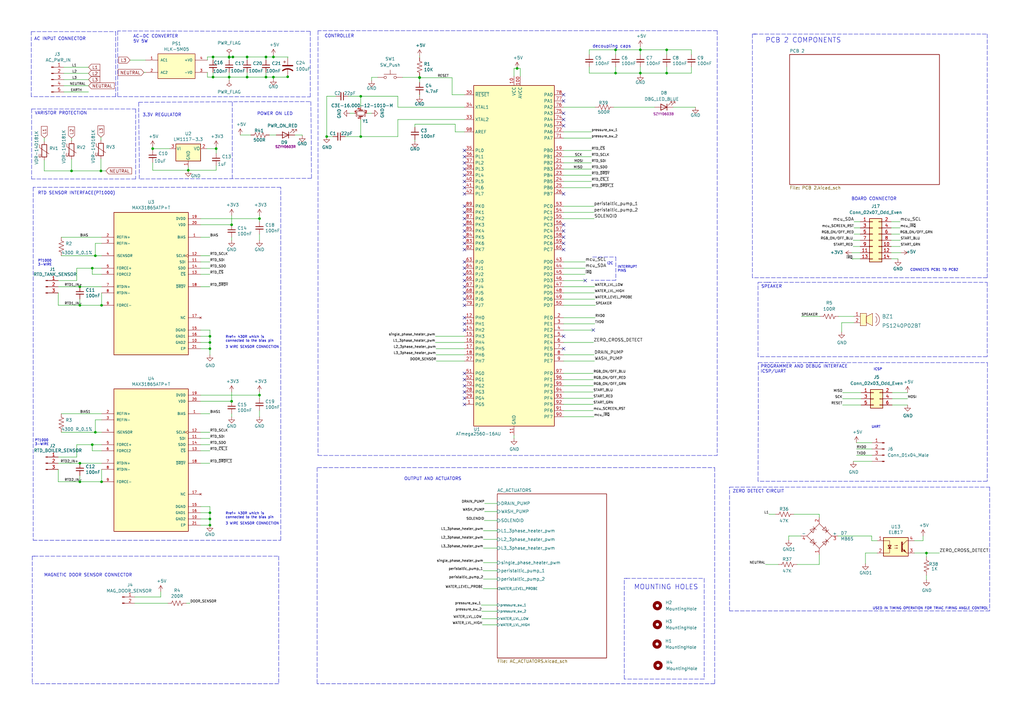
<source format=kicad_sch>
(kicad_sch (version 20211123) (generator eeschema)
  (paper "A3")
  (title_block (title "DISHWASHER") (date "2022-02-01") (rev "1") (company "STEEL FORM") (comment 2 "Reviewed by:"))
  (junction (at 86.106 143.002))
  (junction (at 32.766 197.612))
  (junction (at 37.846 109.982))
  (junction (at 87.376 23.368))
  (junction (at 109.093 23.368))
  (junction (at 262.636 20.447))
  (junction (at 39.116 104.902))
  (junction (at 41.402 70.104))
  (junction (at 262.636 29.972))
  (junction (at 106.426 89.662))
  (junction (at 39.116 177.292))
  (junction (at 41.656 197.612))
  (junction (at 32.766 125.222))
  (junction (at 32.766 117.602))
  (junction (at 117.983 31.496))
  (junction (at 86.106 212.852))
  (junction (at 252.476 29.972))
  (junction (at 86.106 140.462))
  (junction (at 37.846 182.372))
  (junction (at 172.085 31.75))
  (junction (at 106.426 162.052))
  (junction (at 112.141 23.368))
  (junction (at 101.346 23.368))
  (junction (at 172.085 31.877))
  (junction (at 41.656 125.222))
  (junction (at 212.09 28.067))
  (junction (at 101.346 31.623))
  (junction (at 379.984 226.822))
  (junction (at 62.611 60.96))
  (junction (at 86.106 137.922))
  (junction (at 86.106 215.392))
  (junction (at 93.98 23.368))
  (junction (at 87.376 31.623))
  (junction (at 86.106 210.312))
  (junction (at 94.996 92.202))
  (junction (at 95.504 23.368))
  (junction (at 252.476 20.447))
  (junction (at 273.431 20.447))
  (junction (at 133.985 56.007))
  (junction (at 147.955 39.497))
  (junction (at 29.337 70.104))
  (junction (at 112.141 31.623))
  (junction (at 88.646 60.96))
  (junction (at 32.766 189.992))
  (junction (at 77.216 69.85))
  (junction (at 94.996 164.592))
  (junction (at 93.98 23.495))
  (junction (at 147.955 56.007))
  (junction (at 273.431 29.972))
  (junction (at 109.093 31.623))
  (junction (at 93.98 31.623))
  (no_connect (at 231.14 46.482))
  (no_connect (at 190.5 135.382))
  (no_connect (at 190.5 76.962))
  (no_connect (at 231.14 99.822))
  (no_connect (at 231.14 49.022))
  (no_connect (at 243.332 135.382))
  (no_connect (at 240.03 115.062))
  (no_connect (at 190.5 109.982))
  (no_connect (at 190.5 69.342))
  (no_connect (at 190.5 99.822))
  (no_connect (at 190.5 61.722))
  (no_connect (at 190.5 112.522))
  (no_connect (at 190.5 64.262))
  (no_connect (at 190.5 163.322))
  (no_connect (at 231.14 137.922))
  (no_connect (at 190.5 122.682))
  (no_connect (at 231.14 38.862))
  (no_connect (at 190.5 132.842))
  (no_connect (at 190.5 115.062))
  (no_connect (at 190.5 87.122))
  (no_connect (at 190.5 120.142))
  (no_connect (at 190.5 155.702))
  (no_connect (at 190.5 160.782))
  (no_connect (at 190.5 153.162))
  (no_connect (at 231.14 92.202))
  (no_connect (at 190.5 97.282))
  (no_connect (at 190.5 117.602))
  (no_connect (at 190.5 130.302))
  (no_connect (at 190.5 165.862))
  (no_connect (at 190.5 92.202))
  (no_connect (at 190.5 125.222))
  (no_connect (at 231.14 102.362))
  (no_connect (at 190.5 107.442))
  (no_connect (at 190.5 94.742))
  (no_connect (at 231.14 79.502))
  (no_connect (at 231.14 143.002))
  (no_connect (at 231.14 94.742))
  (no_connect (at 190.5 89.662))
  (no_connect (at 231.14 97.282))
  (no_connect (at 190.5 71.882))
  (no_connect (at 190.5 158.242))
  (no_connect (at 190.5 66.802))
  (no_connect (at 190.5 79.502))
  (no_connect (at 190.5 102.362))
  (no_connect (at 190.5 74.422))
  (no_connect (at 231.14 41.402))
  (no_connect (at 190.5 84.582))
  (no_connect (at 231.14 51.562))
  (polyline (pts (xy 243.078 105.41) (xy 252.603 105.41)))
  (wire (pts (xy 110.49 55.372) (xy 113.284 55.372)))
  (polyline (pts (xy 310.896 115.824) (xy 315.976 115.824)))
  (wire (pts (xy 62.611 66.675) (xy 62.611 69.85)))
  (wire (pts (xy 163.195 49.022) (xy 163.195 56.007)))
  (wire (pts (xy 25.146 104.902) (xy 39.116 104.902)))
  (wire (pts (xy 37.846 109.982) (xy 41.656 109.982)))
  (wire (pts (xy 41.656 192.532) (xy 41.656 197.612)))
  (wire (pts (xy 231.14 109.982) (xy 240.03 109.982)))
  (wire (pts (xy 231.14 107.442) (xy 240.03 107.442)))
  (wire (pts (xy 112.141 31.623) (xy 112.141 32.385)))
  (wire (pts (xy 41.656 120.142) (xy 41.656 125.222)))
  (wire (pts (xy 32.766 117.602) (xy 41.656 117.602)))
  (wire (pts (xy 231.14 122.682) (xy 243.967 122.682)))
  (wire (pts (xy 86.106 207.772) (xy 86.106 210.312)))
  (wire (pts (xy 26.162 35.179) (xy 36.322 35.179)))
  (wire (pts (xy 86.106 137.922) (xy 86.106 140.462)))
  (wire (pts (xy 32.766 122.682) (xy 32.766 125.222)))
  (wire (pts (xy 241.681 20.447) (xy 241.681 22.352)))
  (wire (pts (xy 86.106 179.832) (xy 82.296 179.832)))
  (polyline (pts (xy 405.892 250.571) (xy 299.212 250.571)))
  (wire (pts (xy 147.955 39.497) (xy 163.195 39.497)))
  (wire (pts (xy 69.596 60.96) (xy 62.611 60.96)))
  (wire (pts (xy 93.98 24.638) (xy 93.98 23.495)))
  (wire (pts (xy 85.09 29.718) (xy 85.09 31.623)))
  (wire (pts (xy 106.426 162.052) (xy 106.426 163.322)))
  (wire (pts (xy 26.162 30.099) (xy 36.322 30.099)))
  (polyline (pts (xy 288.798 278.511) (xy 256.032 278.511)))
  (polyline (pts (xy 13.208 228.092) (xy 14.224 228.092)))
  (wire (pts (xy 85.09 23.368) (xy 87.376 23.368)))
  (wire (pts (xy 93.98 23.495) (xy 93.98 23.368)))
  (wire (pts (xy 86.106 184.912) (xy 82.296 184.912)))
  (wire (pts (xy 313.944 231.521) (xy 319.278 231.521)))
  (wire (pts (xy 82.296 207.772) (xy 86.106 207.772)))
  (polyline (pts (xy 127.508 41.656) (xy 127.762 73.152)))
  (wire (pts (xy 82.296 97.282) (xy 86.106 97.282)))
  (wire (pts (xy 93.98 31.623) (xy 101.346 31.623)))
  (wire (pts (xy 147.955 43.942) (xy 147.955 39.497)))
  (wire (pts (xy 41.656 99.822) (xy 39.116 99.822)))
  (polyline (pts (xy 48.26 12.7) (xy 48.26 39.624)))
  (wire (pts (xy 231.14 64.262) (xy 242.57 64.262)))
  (wire (pts (xy 203.962 206.502) (xy 198.755 206.502)))
  (wire (pts (xy 86.106 177.292) (xy 82.296 177.292)))
  (polyline (pts (xy 114.3 228.092) (xy 114.3 280.416)))
  (wire (pts (xy 76.454 247.396) (xy 77.978 247.396)))
  (wire (pts (xy 203.962 209.804) (xy 198.755 209.804)))
  (wire (pts (xy 163.195 43.942) (xy 190.5 43.942)))
  (wire (pts (xy 231.14 117.602) (xy 243.84 117.602)))
  (wire (pts (xy 86.106 145.542) (xy 86.106 143.002)))
  (wire (pts (xy 328.676 129.794) (xy 336.296 129.794)))
  (polyline (pts (xy 48.26 39.624) (xy 127.254 39.751)))
  (wire (pts (xy 82.296 215.392) (xy 86.106 215.392)))
  (wire (pts (xy 77.216 69.85) (xy 77.216 68.58)))
  (wire (pts (xy 365.887 163.576) (xy 372.237 163.576)))
  (wire (pts (xy 185.42 38.862) (xy 190.5 38.862)))
  (wire (pts (xy 375.031 226.822) (xy 379.984 226.822)))
  (wire (pts (xy 379.984 226.822) (xy 385.318 226.822)))
  (polyline (pts (xy 404.876 13.97) (xy 404.876 113.919)))
  (polyline (pts (xy 294.132 12.573) (xy 130.429 12.573)))
  (wire (pts (xy 242.57 54.102) (xy 231.14 54.102)))
  (wire (pts (xy 197.612 250.698) (xy 203.962 250.698)))
  (wire (pts (xy 242.57 61.722) (xy 231.14 61.722)))
  (wire (pts (xy 210.82 179.832) (xy 210.82 178.562)))
  (wire (pts (xy 345.567 163.576) (xy 353.187 163.576)))
  (polyline (pts (xy 293.116 280.416) (xy 130.048 280.416)))
  (wire (pts (xy 368.3 106.172) (xy 368.3 106.426)))
  (wire (pts (xy 172.085 38.862) (xy 172.085 39.497)))
  (wire (pts (xy 101.346 24.638) (xy 101.346 23.368)))
  (polyline (pts (xy 130.302 191.77) (xy 293.116 191.77)))
  (polyline (pts (xy 95.25 41.91) (xy 95.25 73.152)))
  (wire (pts (xy 276.098 43.942) (xy 285.242 43.942)))
  (polyline (pts (xy 47.498 39.624) (xy 12.827 39.624)))
  (wire (pts (xy 62.611 69.85) (xy 77.216 69.85)))
  (wire (pts (xy 262.636 20.447) (xy 252.476 20.447)))
  (wire (pts (xy 39.116 172.212) (xy 39.116 177.292)))
  (wire (pts (xy 262.636 20.447) (xy 273.431 20.447)))
  (wire (pts (xy 210.82 28.067) (xy 210.82 31.242)))
  (wire (pts (xy 345.567 161.036) (xy 353.187 161.036)))
  (wire (pts (xy 62.611 61.595) (xy 62.611 60.96)))
  (wire (pts (xy 88.646 60.96) (xy 88.646 60.325)))
  (wire (pts (xy 93.98 23.368) (xy 87.376 23.368)))
  (polyline (pts (xy 314.706 115.824) (xy 404.876 115.824)))
  (wire (pts (xy 212.09 28.067) (xy 213.36 28.067)))
  (wire (pts (xy 365.887 161.036) (xy 372.237 161.036)))
  (wire (pts (xy 357.505 219.837) (xy 357.505 221.742)))
  (wire (pts (xy 93.98 23.495) (xy 95.504 23.368)))
  (wire (pts (xy 172.085 31.877) (xy 185.42 31.877)))
  (polyline (pts (xy 299.212 199.771) (xy 405.892 199.771)))
  (polyline (pts (xy 308.61 113.919) (xy 308.61 13.97)))
  (wire (pts (xy 112.141 22.733) (xy 112.141 23.368)))
  (wire (pts (xy 186.69 54.102) (xy 190.5 54.102)))
  (wire (pts (xy 88.646 67.945) (xy 88.646 69.85)))
  (polyline (pts (xy 127.762 73.152) (xy 57.15 73.406)))
  (polyline (pts (xy 405.003 148.717) (xy 404.876 197.358)))
  (wire (pts (xy 315.341 210.947) (xy 318.008 210.947)))
  (wire (pts (xy 231.14 135.382) (xy 243.332 135.382)))
  (polyline (pts (xy 114.3 280.416) (xy 13.208 280.416)))
  (wire (pts (xy 231.14 130.302) (xy 244.094 130.302)))
  (wire (pts (xy 357.505 221.742) (xy 359.791 221.742)))
  (wire (pts (xy 93.98 31.623) (xy 93.98 32.893)))
  (wire (pts (xy 25.146 177.292) (xy 39.116 177.292)))
  (wire (pts (xy 365.506 98.552) (xy 369.316 98.552)))
  (wire (pts (xy 351.282 186.69) (xy 357.632 186.69)))
  (wire (pts (xy 350.266 96.012) (xy 352.806 96.012)))
  (polyline (pts (xy 130.429 186.817) (xy 294.132 186.817)))
  (wire (pts (xy 365.506 101.092) (xy 369.316 101.092)))
  (wire (pts (xy 55.245 244.856) (xy 65.913 244.856)))
  (wire (pts (xy 29.337 65.278) (xy 29.337 70.104)))
  (polyline (pts (xy 13.97 228.092) (xy 114.3 228.092)))
  (wire (pts (xy 203.962 224.79) (xy 198.247 224.79)))
  (wire (pts (xy 32.766 125.222) (xy 41.656 125.222)))
  (wire (pts (xy 186.69 50.927) (xy 186.69 54.102)))
  (wire (pts (xy 85.09 24.638) (xy 85.09 23.368)))
  (polyline (pts (xy 47.498 12.954) (xy 47.498 39.624)))
  (wire (pts (xy 273.431 29.972) (xy 283.591 29.972)))
  (wire (pts (xy 82.296 140.462) (xy 86.106 140.462)))
  (polyline (pts (xy 331.343 148.717) (xy 405.003 148.717)))
  (wire (pts (xy 375.031 221.742) (xy 378.587 221.742)))
  (wire (pts (xy 336.042 210.947) (xy 336.042 212.217)))
  (wire (pts (xy 231.14 148.082) (xy 243.84 148.082)))
  (wire (pts (xy 94.996 170.942) (xy 94.996 169.672)))
  (wire (pts (xy 95.504 23.368) (xy 93.98 23.368)))
  (wire (pts (xy 101.346 23.368) (xy 95.504 23.368)))
  (wire (pts (xy 343.662 219.837) (xy 357.505 219.837)))
  (wire (pts (xy 141.605 56.007) (xy 147.955 56.007)))
  (wire (pts (xy 88.646 60.96) (xy 88.646 62.865)))
  (wire (pts (xy 106.426 170.942) (xy 106.426 168.402)))
  (wire (pts (xy 133.985 56.007) (xy 136.525 56.007)))
  (wire (pts (xy 378.587 221.742) (xy 378.587 219.837)))
  (wire (pts (xy 32.766 189.992) (xy 41.656 189.992)))
  (wire (pts (xy 18.161 56.515) (xy 18.161 58.039)))
  (wire (pts (xy 273.431 20.447) (xy 273.431 22.352)))
  (wire (pts (xy 165.1 31.75) (xy 172.085 31.75)))
  (wire (pts (xy 26.162 32.639) (xy 36.322 32.639)))
  (wire (pts (xy 32.766 197.612) (xy 41.656 197.612)))
  (wire (pts (xy 59.69 29.718) (xy 59.055 29.718)))
  (wire (pts (xy 86.106 212.852) (xy 86.106 215.392)))
  (polyline (pts (xy 115.189 76.835) (xy 13.589 76.835)))
  (wire (pts (xy 252.476 20.447) (xy 241.681 20.447)))
  (wire (pts (xy 262.636 29.972) (xy 262.636 30.607)))
  (wire (pts (xy 203.962 217.678) (xy 198.247 217.678)))
  (polyline (pts (xy 256.032 278.511) (xy 256.032 237.236)))
  (wire (pts (xy 172.085 31.75) (xy 172.085 31.877)))
  (wire (pts (xy 150.495 46.482) (xy 152.4 46.482)))
  (wire (pts (xy 23.876 125.222) (xy 32.766 125.222)))
  (wire (pts (xy 190.5 140.462) (xy 178.562 140.462)))
  (wire (pts (xy 379.984 235.966) (xy 379.984 237.744)))
  (wire (pts (xy 123.952 55.372) (xy 123.952 55.626)))
  (wire (pts (xy 163.195 56.007) (xy 147.955 56.007)))
  (wire (pts (xy 190.5 137.922) (xy 178.562 137.922)))
  (wire (pts (xy 172.085 31.242) (xy 172.085 31.75)))
  (wire (pts (xy 41.402 65.151) (xy 41.402 70.104)))
  (polyline (pts (xy 127.254 12.827) (xy 48.26 12.7)))
  (polyline (pts (xy 252.603 114.935) (xy 242.443 114.935)))
  (wire (pts (xy 262.636 29.972) (xy 273.431 29.972)))
  (wire (pts (xy 231.14 155.702) (xy 243.332 155.702)))
  (wire (pts (xy 231.14 71.882) (xy 242.57 71.882)))
  (wire (pts (xy 85.09 31.623) (xy 87.376 31.623)))
  (wire (pts (xy 82.296 143.002) (xy 86.106 143.002)))
  (wire (pts (xy 106.426 88.392) (xy 106.426 89.662)))
  (wire (pts (xy 231.14 69.342) (xy 242.57 69.342)))
  (wire (pts (xy 31.496 182.372) (xy 37.846 182.372)))
  (wire (pts (xy 23.876 187.452) (xy 31.496 187.452)))
  (wire (pts (xy 82.296 135.382) (xy 86.106 135.382)))
  (polyline (pts (xy 310.896 146.304) (xy 310.896 115.824)))
  (wire (pts (xy 109.093 23.368) (xy 112.141 23.368)))
  (wire (pts (xy 23.876 115.062) (xy 31.496 115.062)))
  (wire (pts (xy 86.106 104.902) (xy 82.296 104.902)))
  (wire (pts (xy 231.14 120.142) (xy 243.84 120.142)))
  (polyline (pts (xy 13.589 76.835) (xy 13.589 221.615)))
  (polyline (pts (xy 404.876 146.304) (xy 310.896 146.304)))
  (wire (pts (xy 65.913 244.856) (xy 65.913 242.697)))
  (wire (pts (xy 190.5 49.022) (xy 163.195 49.022)))
  (wire (pts (xy 133.985 39.497) (xy 133.985 56.007)))
  (wire (pts (xy 29.337 57.658) (xy 29.337 56.642)))
  (wire (pts (xy 62.611 60.96) (xy 62.611 60.325)))
  (polyline (pts (xy 115.189 221.615) (xy 115.189 76.835)))
  (wire (pts (xy 84.836 60.96) (xy 88.646 60.96)))
  (wire (pts (xy 231.14 158.242) (xy 243.332 158.242)))
  (wire (pts (xy 39.116 177.292) (xy 41.656 177.292)))
  (wire (pts (xy 170.18 50.927) (xy 186.69 50.927)))
  (wire (pts (xy 242.57 56.642) (xy 231.14 56.642)))
  (wire (pts (xy 106.426 89.662) (xy 106.426 90.932)))
  (wire (pts (xy 198.247 230.759) (xy 203.962 230.759)))
  (wire (pts (xy 359.791 226.822) (xy 354.965 226.822)))
  (wire (pts (xy 231.14 84.582) (xy 243.586 84.582)))
  (wire (pts (xy 231.14 145.542) (xy 243.713 145.542)))
  (wire (pts (xy 94.996 98.552) (xy 94.996 97.282)))
  (wire (pts (xy 365.506 93.472) (xy 369.189 93.472)))
  (polyline (pts (xy 404.876 115.824) (xy 404.876 146.304)))
  (wire (pts (xy 172.085 22.987) (xy 172.085 23.622)))
  (wire (pts (xy 262.636 20.447) (xy 262.636 22.352)))
  (wire (pts (xy 231.14 168.402) (xy 243.332 168.402)))
  (wire (pts (xy 147.955 39.497) (xy 142.875 39.497)))
  (wire (pts (xy 82.296 210.312) (xy 86.106 210.312)))
  (wire (pts (xy 86.106 182.372) (xy 82.296 182.372)))
  (wire (pts (xy 350.266 90.932) (xy 352.806 90.932)))
  (wire (pts (xy 154.94 31.75) (xy 152.4 31.75)))
  (wire (pts (xy 273.431 27.432) (xy 273.431 29.972)))
  (polyline (pts (xy 12.954 44.704) (xy 55.626 44.704)))
  (wire (pts (xy 326.898 231.521) (xy 336.042 231.521)))
  (wire (pts (xy 325.628 210.947) (xy 336.042 210.947)))
  (wire (pts (xy 25.146 97.282) (xy 41.656 97.282)))
  (wire (pts (xy 26.162 27.559) (xy 36.322 27.559)))
  (wire (pts (xy 86.106 140.462) (xy 86.106 143.002)))
  (polyline (pts (xy 56.896 41.91) (xy 127.508 41.656)))
  (wire (pts (xy 94.996 164.592) (xy 94.996 160.782)))
  (wire (pts (xy 23.876 125.222) (xy 23.876 120.142)))
  (wire (pts (xy 231.14 112.522) (xy 240.03 112.522)))
  (wire (pts (xy 82.296 169.672) (xy 86.106 169.672)))
  (polyline (pts (xy 288.798 237.236) (xy 288.798 278.511)))
  (wire (pts (xy 231.14 165.862) (xy 243.332 165.862)))
  (wire (pts (xy 350.266 93.472) (xy 352.806 93.472)))
  (wire (pts (xy 198.12 234.061) (xy 203.962 234.061)))
  (wire (pts (xy 365.506 90.932) (xy 369.189 90.932)))
  (wire (pts (xy 87.376 23.368) (xy 87.376 24.638)))
  (wire (pts (xy 172.085 31.877) (xy 172.085 33.782)))
  (polyline (pts (xy 404.876 113.919) (xy 308.61 113.919)))
  (wire (pts (xy 93.98 22.733) (xy 93.98 23.368)))
  (wire (pts (xy 197.866 256.286) (xy 203.962 256.286)))
  (polyline (pts (xy 127.254 39.751) (xy 127.254 12.827)))
  (wire (pts (xy 31.496 187.452) (xy 31.496 182.372)))
  (wire (pts (xy 23.876 117.602) (xy 32.766 117.602)))
  (polyline (pts (xy 309.118 13.97) (xy 404.876 13.97)))
  (wire (pts (xy 23.876 197.612) (xy 23.876 192.532)))
  (wire (pts (xy 82.296 164.592) (xy 94.996 164.592)))
  (wire (pts (xy 147.955 56.007) (xy 147.955 49.022)))
  (wire (pts (xy 86.106 109.982) (xy 82.296 109.982)))
  (wire (pts (xy 365.506 106.172) (xy 368.3 106.172)))
  (wire (pts (xy 86.106 107.442) (xy 82.296 107.442)))
  (polyline (pts (xy 308.61 13.97) (xy 310.134 13.97)))
  (wire (pts (xy 262.636 19.177) (xy 262.636 20.447)))
  (wire (pts (xy 55.245 247.396) (xy 68.834 247.396)))
  (wire (pts (xy 231.14 132.842) (xy 243.967 132.842)))
  (polyline (pts (xy 12.954 44.704) (xy 12.954 73.406)))
  (wire (pts (xy 39.116 104.902) (xy 41.656 104.902)))
  (wire (pts (xy 117.983 23.876) (xy 118.11 23.368)))
  (wire (pts (xy 82.296 89.662) (xy 106.426 89.662)))
  (wire (pts (xy 365.506 103.632) (xy 369.57 103.632)))
  (polyline (pts (xy 293.116 191.77) (xy 293.116 280.416)))
  (wire (pts (xy 197.612 253.746) (xy 203.962 253.746)))
  (wire (pts (xy 82.296 137.922) (xy 86.106 137.922)))
  (wire (pts (xy 109.093 31.623) (xy 109.093 29.718)))
  (wire (pts (xy 242.57 76.962) (xy 231.14 76.962)))
  (wire (pts (xy 88.646 69.85) (xy 77.216 69.85)))
  (wire (pts (xy 351.282 181.61) (xy 357.632 181.61)))
  (wire (pts (xy 231.14 153.162) (xy 243.332 153.162)))
  (wire (pts (xy 59.69 24.638) (xy 53.34 24.638)))
  (wire (pts (xy 198.12 241.427) (xy 203.962 241.427)))
  (polyline (pts (xy 13.589 221.615) (xy 115.189 221.615)))
  (wire (pts (xy 82.296 92.202) (xy 94.996 92.202)))
  (wire (pts (xy 262.636 27.432) (xy 262.636 29.972)))
  (polyline (pts (xy 13.208 228.092) (xy 13.208 280.416)))
  (wire (pts (xy 185.42 31.877) (xy 185.42 38.862)))
  (wire (pts (xy 345.186 132.334) (xy 345.186 136.144)))
  (wire (pts (xy 231.14 43.942) (xy 244.094 43.942)))
  (wire (pts (xy 349.885 101.092) (xy 352.806 101.092)))
  (wire (pts (xy 349.885 98.552) (xy 352.806 98.552)))
  (wire (pts (xy 231.14 140.462) (xy 243.459 140.462)))
  (wire (pts (xy 231.14 125.222) (xy 244.221 125.222)))
  (wire (pts (xy 170.18 57.277) (xy 170.18 57.912)))
  (wire (pts (xy 336.042 231.521) (xy 336.042 227.457)))
  (polyline (pts (xy 252.603 105.41) (xy 252.603 114.935)))
  (wire (pts (xy 213.36 28.067) (xy 213.36 31.242)))
  (wire (pts (xy 349.758 106.172) (xy 349.758 106.426)))
  (wire (pts (xy 343.916 129.794) (xy 350.266 129.794)))
  (wire (pts (xy 37.846 112.522) (xy 37.846 109.982)))
  (wire (pts (xy 101.346 31.623) (xy 109.093 31.623)))
  (wire (pts (xy 25.146 169.672) (xy 41.656 169.672)))
  (wire (pts (xy 41.402 56.261) (xy 41.402 57.531)))
  (wire (pts (xy 29.337 70.104) (xy 41.402 70.104)))
  (wire (pts (xy 87.376 31.623) (xy 93.98 31.623)))
  (wire (pts (xy 109.093 31.623) (xy 112.141 31.623)))
  (wire (pts (xy 190.5 148.082) (xy 178.943 148.082)))
  (wire (pts (xy 190.5 145.542) (xy 178.816 145.542)))
  (wire (pts (xy 350.012 189.23) (xy 357.632 189.23)))
  (wire (pts (xy 190.5 143.002) (xy 178.816 143.002)))
  (wire (pts (xy 349.377 103.632) (xy 352.806 103.632)))
  (wire (pts (xy 197.358 248.158) (xy 203.962 248.158)))
  (wire (pts (xy 18.161 65.659) (xy 18.161 70.104)))
  (wire (pts (xy 41.656 184.912) (xy 37.846 184.912)))
  (wire (pts (xy 252.476 29.972) (xy 262.636 29.972)))
  (wire (pts (xy 26.162 37.719) (xy 36.322 37.719)))
  (polyline (pts (xy 130.048 191.77) (xy 130.048 280.416)))
  (wire (pts (xy 365.887 166.116) (xy 372.237 166.116)))
  (wire (pts (xy 86.106 135.382) (xy 86.106 137.922)))
  (wire (pts (xy 252.476 27.432) (xy 252.476 29.972)))
  (wire (pts (xy 101.346 23.368) (xy 109.093 23.368)))
  (wire (pts (xy 203.962 237.49) (xy 198.247 237.49)))
  (polyline (pts (xy 57.15 73.406) (xy 56.896 41.91)))
  (polyline (pts (xy 55.626 44.704) (xy 55.626 73.406)))
  (wire (pts (xy 241.681 29.972) (xy 252.476 29.972)))
  (wire (pts (xy 350.266 132.334) (xy 345.186 132.334)))
  (wire (pts (xy 37.846 182.372) (xy 41.656 182.372)))
  (polyline (pts (xy 404.876 197.358) (xy 310.896 197.358)))
  (wire (pts (xy 351.282 184.15) (xy 357.632 184.15)))
  (wire (pts (xy 323.469 219.837) (xy 328.422 219.837)))
  (wire (pts (xy 203.962 221.234) (xy 198.247 221.234)))
  (wire (pts (xy 163.195 39.497) (xy 163.195 43.942)))
  (polyline (pts (xy 256.794 237.236) (xy 288.798 237.236)))
  (wire (pts (xy 112.141 23.368) (xy 118.11 23.368)))
  (polyline (pts (xy 294.132 12.573) (xy 294.132 186.817)))
  (wire (pts (xy 241.681 27.432) (xy 241.681 29.972)))
  (wire (pts (xy 82.296 162.052) (xy 106.426 162.052)))
  (wire (pts (xy 93.98 29.718) (xy 93.98 31.623)))
  (wire (pts (xy 112.141 31.623) (xy 118.11 31.623)))
  (wire (pts (xy 152.4 31.75) (xy 152.4 33.02)))
  (wire (pts (xy 41.656 172.212) (xy 39.116 172.212)))
  (wire (pts (xy 365.506 96.012) (xy 369.062 96.012)))
  (wire (pts (xy 86.106 210.312) (xy 86.106 212.852)))
  (polyline (pts (xy 311.023 148.717) (xy 338.963 148.717)))
  (polyline (pts (xy 12.827 12.954) (xy 47.498 12.954)))
  (wire (pts (xy 120.904 55.372) (xy 123.952 55.372)))
  (wire (pts (xy 94.996 92.202) (xy 94.996 88.392)))
  (wire (pts (xy 251.714 43.942) (xy 268.478 43.942)))
  (wire (pts (xy 23.876 197.612) (xy 32.766 197.612)))
  (wire (pts (xy 31.496 109.982) (xy 37.846 109.982)))
  (wire (pts (xy 86.106 117.602) (xy 82.296 117.602)))
  (polyline (pts (xy 12.827 39.624) (xy 12.827 12.954)))
  (wire (pts (xy 379.984 228.346) (xy 379.984 226.822)))
  (wire (pts (xy 242.57 74.422) (xy 231.14 74.422)))
  (wire (pts (xy 98.552 55.372) (xy 102.87 55.372)))
  (wire (pts (xy 101.346 31.623) (xy 101.346 29.718)))
  (wire (pts (xy 87.376 31.623) (xy 87.376 29.718)))
  (wire (pts (xy 283.591 20.447) (xy 273.431 20.447)))
  (polyline (pts (xy 55.626 73.406) (xy 12.954 73.406)))
  (wire (pts (xy 231.14 160.782) (xy 243.332 160.782)))
  (wire (pts (xy 212.09 28.067) (xy 210.82 28.067)))
  (wire (pts (xy 231.14 87.122) (xy 243.586 87.122)))
  (wire (pts (xy 32.766 195.072) (xy 32.766 197.612)))
  (wire (pts (xy 31.496 115.062) (xy 31.496 109.982)))
  (wire (pts (xy 283.591 29.972) (xy 283.591 27.432)))
  (wire (pts (xy 145.415 46.482) (xy 143.51 46.482)))
  (wire (pts (xy 323.469 221.488) (xy 323.469 219.837)))
  (wire (pts (xy 41.402 70.104) (xy 43.434 70.104)))
  (wire (pts (xy 170.18 52.197) (xy 170.18 50.927)))
  (wire (pts (xy 86.106 189.992) (xy 82.296 189.992)))
  (wire (pts (xy 86.106 112.522) (xy 82.296 112.522)))
  (wire (pts (xy 231.14 66.802) (xy 242.57 66.802)))
  (wire (pts (xy 82.296 212.852) (xy 86.106 212.852)))
  (wire (pts (xy 106.426 98.552) (xy 106.426 96.012)))
  (wire (pts (xy 23.876 189.992) (xy 32.766 189.992)))
  (wire (pts (xy 109.093 23.368) (xy 109.093 24.638)))
  (polyline (pts (xy 405.892 199.771) (xy 405.892 250.571)))
  (wire (pts (xy 283.591 22.352) (xy 283.591 20.447)))
  (wire (pts (xy 231.14 170.942) (xy 243.586 170.942)))
  (wire (pts (xy 137.795 39.497) (xy 133.985 39.497)))
  (wire (pts (xy 345.567 166.116) (xy 353.187 166.116)))
  (wire (pts (xy 231.14 115.062) (xy 240.03 115.062)))
  (wire (pts (xy 352.806 106.172) (xy 349.758 106.172)))
  (polyline (pts (xy 256.032 237.236) (xy 257.048 237.236)))
  (polyline (pts (xy 299.212 250.571) (xy 299.212 199.771)))
  (wire (pts (xy 252.476 20.447) (xy 252.476 22.352)))
  (wire (pts (xy 37.846 184.912) (xy 37.846 182.372)))
  (wire (pts (xy 231.14 89.662) (xy 243.713 89.662)))
  (wire (pts (xy 39.116 99.822) (xy 39.116 104.902)))
  (wire (pts (xy 231.14 163.322) (xy 243.332 163.322)))
  (polyline (pts (xy 310.896 197.358) (xy 311.023 148.717)))
  (wire (pts (xy 203.962 213.487) (xy 198.628 213.487)))
  (wire (pts (xy 118.11 31.623) (xy 117.983 31.496)))
  (wire (pts (xy 41.656 112.522) (xy 37.846 112.522)))
  (polyline (pts (xy 130.429 12.573) (xy 130.429 186.817)))
  (wire (pts (xy 354.965 226.822) (xy 354.965 231.14)))
  (wire (pts (xy 106.426 160.782) (xy 106.426 162.052)))
  (wire (pts (xy 18.161 70.104) (xy 29.337 70.104)))
  (text "CONNECTS PCB1 TO PCB2" (at 393.065 111.379 180) (effects (font (size 0.9906 0.9906)) (justify right bottom)))
  (text "Rref= 430R which is \nconnected to the bias pin" (at 92.456 140.462 0) (effects (font (size 0.9906 0.9906)) (justify left bottom)))
  (text "POWER ON LED" (at 105.41 47.498 0) (effects (font (size 1.27 1.27)) (justify left bottom)))
  (text "ZERO DETECT CIRCUIT" (at 300.482 202.311 0) (effects (font (size 1.27 1.27)) (justify left bottom)))
  (text "UART\n" (at 357.378 175.768 0) (effects (font (size 0.9906 0.9906)) (justify left bottom)))
  (text "AC INPUT CONNECTOR" (at 13.97 16.764 0) (effects (font (size 1.27 1.27)) (justify left bottom)))
  (text "PT1000\n3-WIRE" (at 15.494 109.22 0) (effects (font (size 0.9906 0.9906)) (justify left bottom)))
  (text "VARISTOR PROTECTION" (at 14.224 47.244 0) (effects (font (size 1.27 1.27)) (justify left bottom)))
  (text "decoupling caps" (at 242.951 19.812 0) (effects (font (size 1.27 1.27)) (justify left bottom)))
  (text "CONTROLLER" (at 133.096 15.621 0) (effects (font (size 1.27 1.27)) (justify left bottom)))
  (text "INTERRUPT\nPINS" (at 253.238 111.76 0) (effects (font (size 0.9906 0.9906)) (justify left bottom)))
  (text "I2C" (at 248.92 108.712 0) (effects (font (size 0.9906 0.9906)) (justify left bottom)))
  (text "PT1000\n3-WIRE" (at 14.224 182.88 0) (effects (font (size 0.9906 0.9906)) (justify left bottom)))
  (text "3 WIRE SENSOR CONNECTION" (at 92.456 143.002 0) (effects (font (size 0.9906 0.9906)) (justify left bottom)))
  (text "PROGRAMMER AND DEBUG INTERFACE\nICSP/UART " (at 311.912 153.162 0) (effects (font (size 1.27 1.27)) (justify left bottom)))
  (text "RTD SENSOR INTERFACE(PT1000)" (at 15.494 80.01 0) (effects (font (size 1.27 1.27)) (justify left bottom)))
  (text "AC-DC CONVERTER\n5V 5W" (at 54.61 17.78 0) (effects (font (size 1.27 1.27)) (justify left bottom)))
  (text "3 WIRE SENSOR CONNECTION" (at 92.456 215.392 0) (effects (font (size 0.9906 0.9906)) (justify left bottom)))
  (text "ICSP\n" (at 358.267 152.146 0) (effects (font (size 0.9906 0.9906)) (justify left bottom)))
  (text "SPEAKER\n" (at 312.166 118.364 0) (effects (font (size 1.27 1.27)) (justify left bottom)))
  (text "3.3V REGULATOR" (at 58.42 48.006 0) (effects (font (size 1.27 1.27)) (justify left bottom)))
  (text "MOUNTING HOLES" (at 286.385 242.062 180) (effects (font (size 2 2)) (justify right bottom)))
  (text "BOARD CONNECTOR" (at 367.792 82.423 180) (effects (font (size 1.27 1.27)) (justify right bottom)))
  (text "OUTPUT AND ACTUATORS" (at 165.735 197.231 0) (effects (font (size 1.27 1.27)) (justify left bottom)))
  (text "PCB 2 COMPONENTS" (at 313.944 17.78 0) (effects (font (size 2 2)) (justify left bottom)))
  (text "MAGNETIC DOOR SENSOR CONNECTOR" (at 18.034 236.728 0) (effects (font (size 1.27 1.27)) (justify left bottom)))
  (text "Rref= 430R which is \nconnected to the bias pin" (at 92.456 212.852 0) (effects (font (size 0.9906 0.9906)) (justify left bottom)))
  (text "USED IN TIMING OPERATION FOR TRIAC FIRING ANGLE CONTROL" (at 357.886 250.19 0) (effects (font (size 0.9906 0.9906)) (justify left bottom)))
  (label "L2" (at 29.591 30.099 0) (effects (font (size 0.9906 0.9906))))
  (label "RTD1_IN-" (at 26.416 125.222 0) (effects (font (size 0.9906 0.9906))))
  (label "pressure_sw_2" (at 197.612 250.698 180) (effects (font (size 0.9906 0.9906))))
  (label "RTD_~{CS_1}" (at 86.106 184.912 0) (effects (font (size 0.9906 0.9906))))
  (label "WATER_LEVEL_PROBE" (at 198.12 241.427 180) (effects (font (size 0.9906 0.9906))))
  (label "WASH_PUMP" (at 198.755 209.804 180) (effects (font (size 0.9906 0.9906))))
  (label "RTD_~{CS}" (at 242.57 61.722 0) (effects (font (size 0.9906 0.9906))))
  (label "RTD2_IN+" (at 24.765 189.992 0) (effects (font (size 0.9906 0.9906))))
  (label "L2_3phase_heater_pwm" (at 178.816 143.002 180) (effects (font (size 0.9906 0.9906))))
  (label "WATER_LVL_LOW" (at 197.612 253.746 180) (effects (font (size 0.9906 0.9906))))
  (label "peristaltic_pump_1" (at 198.12 234.061 180) (effects (font (size 0.9906 0.9906))))
  (label "START_BLU" (at 243.332 160.782 0) (effects (font (size 0.9906 0.9906))))
  (label "WATER_LVL_LOW" (at 243.84 117.602 0) (effects (font (size 0.9906 0.9906))))
  (label "RGB_ON{slash}OFF_BLU" (at 243.332 153.162 0) (effects (font (size 0.9906 0.9906))))
  (label "WASH_PUMP" (at 243.84 148.082 0))
  (label "EARTH" (at 28.956 37.719 0) (effects (font (size 0.9906 0.9906))))
  (label "RTD_SDI" (at 86.106 107.442 0) (effects (font (size 0.9906 0.9906))))
  (label "RGB_ON{slash}OFF_GRN" (at 243.332 158.242 0) (effects (font (size 0.9906 0.9906))))
  (label "DRAIN_PUMP" (at 243.713 145.542 0))
  (label "MISO" (at 235.204 69.342 0) (effects (font (size 0.9906 0.9906))))
  (label "RTD_SDO" (at 86.106 182.372 0) (effects (font (size 0.9906 0.9906))))
  (label "SPEAKER" (at 244.221 125.222 0) (effects (font (size 0.9906 0.9906))))
  (label "RTD_SCLK" (at 86.106 177.292 0) (effects (font (size 0.9906 0.9906))))
  (label "RGB_ON{slash}OFF_RED" (at 243.332 155.702 0) (effects (font (size 0.9906 0.9906))))
  (label "TXD0" (at 243.967 132.842 0) (effects (font (size 0.9906 0.9906))))
  (label "peristaltic_pump_1" (at 243.586 84.582 0))
  (label "SCK" (at 235.712 64.262 0) (effects (font (size 0.9906 0.9906))))
  (label "SPEAKER" (at 328.676 129.794 0) (effects (font (size 0.9906 0.9906))))
  (label "L3_3phase_heater_pwm" (at 198.247 224.79 180) (effects (font (size 0.9906 0.9906))))
  (label "RXD0" (at 244.094 130.302 0) (effects (font (size 0.9906 0.9906))))
  (label "peristaltic_pump_2" (at 198.247 237.49 180) (effects (font (size 0.9906 0.9906))))
  (label "RGB_ON{slash}OFF_GRN" (at 369.062 96.012 0) (effects (font (size 0.9906 0.9906))))
  (label "TXD0" (at 351.282 186.69 0) (effects (font (size 0.9906 0.9906))))
  (label "peristaltic_pump_2" (at 243.586 87.122 0))
  (label "DOOR_SENSOR" (at 77.978 247.396 0) (effects (font (size 0.9906 0.9906))))
  (label "RTD_~{DRDY_1}" (at 242.57 76.962 0) (effects (font (size 0.9906 0.9906))))
  (label "BIAS" (at 32.766 97.282 0) (effects (font (size 0.9906 0.9906))))
  (label "MOSI" (at 372.237 163.576 0) (effects (font (size 0.9906 0.9906))))
  (label "RGB_ON{slash}OFF_RED" (at 350.266 96.012 180) (effects (font (size 0.9906 0.9906))))
  (label "BIAS1" (at 32.766 169.672 0) (effects (font (size 0.9906 0.9906))))
  (label "SCK" (at 345.567 163.576 180) (effects (font (size 0.9906 0.9906))))
  (label "DRAIN_PUMP" (at 198.755 206.502 180) (effects (font (size 0.9906 0.9906))))
  (label "RXD0" (at 351.282 184.15 0) (effects (font (size 0.9906 0.9906))))
  (label "ZERO_CROSS_DETECT" (at 385.318 226.822 0))
  (label "SOLENOID" (at 198.628 213.487 180) (effects (font (size 0.9906 0.9906))))
  (label "ZERO_CROSS_DETECT" (at 243.459 140.462 0))
  (label "RTD_~{CS_1}" (at 242.57 74.422 0) (effects (font (size 0.9906 0.9906))))
  (label "RTD_~{DRDY_1}" (at 86.106 189.992 0) (effects (font (size 0.9906 0.9906))))
  (label "L1_3phase_heater_pwm" (at 178.562 140.462 180) (effects (font (size 0.9906 0.9906))))
  (label "BIAS" (at 86.106 97.282 0) (effects (font (size 0.9906 0.9906))))
  (label "MISO" (at 345.567 161.036 180) (effects (font (size 0.9906 0.9906))))
  (label "RTD_SCLK" (at 86.106 104.902 0) (effects (font (size 0.9906 0.9906))))
  (label "SOLENOID" (at 243.713 89.662 0))
  (label "mcu_SCREEN_RST" (at 243.332 168.402 0) (effects (font (size 0.9906 0.9906))))
  (label "RTD1_IN+" (at 26.416 117.602 0) (effects (font (size 0.9906 0.9906))))
  (label "mcu_SCL" (at 240.03 107.442 0))
  (label "mcu_~{IRQ}" (at 369.189 93.472 0) (effects (font (size 0.9906 0.9906))))
  (label "L3_3phase_heater_pwm" (at 178.816 145.542 180) (effects (font (size 0.9906 0.9906))))
  (label "~{IRQ}" (at 240.03 112.522 0) (effects (font (size 0.9906 0.9906))))
  (label "RTD2_IN-" (at 26.416 197.612 0) (effects (font (size 0.9906 0.9906))))
  (label "L2_3phase_heater_pwm" (at 198.247 221.234 180) (effects (font (size 0.9906 0.9906))))
  (label "L1" (at 29.464 27.559 0) (effects (font (size 0.9906 0.9906))))
  (label "RTD_~{DRDY}" (at 242.57 71.882 0) (effects (font (size 0.9906 0.9906))))
  (label "pressure_sw_1" (at 197.358 248.158 180) (effects (font (size 0.9906 0.9906))))
  (label "START_RED" (at 243.332 163.322 0) (effects (font (size 0.9906 0.9906))))
  (label "RESET" (at 345.567 166.116 180) (effects (font (size 0.9906 0.9906))))
  (label "~{IRQ}" (at 349.758 106.426 180) (effects (font (size 0.9906 0.9906))))
  (label "L1" (at 315.341 210.947 180) (effects (font (size 0.9906 0.9906))))
  (label "mcu_~{IRQ}" (at 243.586 170.942 0) (effects (font (size 0.9906 0.9906))))
  (label "mcu_SDA" (at 350.266 90.932 180))
  (label "RGB_ON{slash}OFF_BLU" (at 349.885 98.552 180) (effects (font (size 0.9906 0.9906))))
  (label "single_phase_heater_pwm" (at 178.562 137.922 180) (effects (font (size 0.9906 0.9906))))
  (label "mcu_SDA" (at 240.03 109.982 0))
  (label "RTD_SCLK" (at 242.57 64.262 0) (effects (font (size 0.9906 0.9906))))
  (label "WATER_LEVEL_PROBE" (at 243.967 122.682 0) (effects (font (size 0.9906 0.9906))))
  (label "BIAS1" (at 86.106 169.672 0) (effects (font (size 0.9906 0.9906))))
  (label "START_GRN" (at 243.332 165.862 0) (effects (font (size 0.9906 0.9906))))
  (label "START_RED" (at 349.885 101.092 180) (effects (font (size 0.9906 0.9906))))
  (label "RTD_SDI" (at 242.57 66.802 0) (effects (font (size 0.9906 0.9906))))
  (label "START_BLU" (at 369.316 98.552 0) (effects (font (size 0.9906 0.9906))))
  (label "mcu_SCREEN_RST" (at 350.266 93.472 180) (effects (font (size 0.9906 0.9906))))
  (label "L1_3phase_heater_pwm" (at 198.247 217.678 180) (effects (font (size 0.9906 0.9906))))
  (label "MOSI" (at 235.458 66.802 0) (effects (font (size 0.9906 0.9906))))
  (label "START_GRN" (at 369.316 101.092 0) (effects (font (size 0.9906 0.9906))))
  (label "WATER_LVL_HIGH" (at 243.84 120.142 0) (effects (font (size 0.9906 0.9906))))
  (label "NEUTRAL" (at 28.575 35.179 0) (effects (font (size 0.9906 0.9906))))
  (label "WATER_LVL_HIGH" (at 197.866 256.286 180) (effects (font (size 0.9906 0.9906))))
  (label "NEUTRAL" (at 313.944 231.521 180) (effects (font (size 0.9906 0.9906))))
  (label "RESET" (at 184.15 31.877 180) (effects (font (size 0.9906 0.9906))))
  (label "RTD_SDO" (at 242.57 69.342 0) (effects (font (size 0.9906 0.9906))))
  (label "mcu_SCL" (at 369.189 90.932 0))
  (label "RTD_~{DRDY}" (at 86.106 117.602 0) (effects (font (size 0.9906 0.9906))))
  (label "pressure_sw_2" (at 242.57 56.642 0) (effects (font (size 0.9906 0.9906))))
  (label "RTD_SDO" (at 86.106 109.982 0) (effects (font (size 0.9906 0.9906))))
  (label "single_phase_heater_pwm" (at 198.247 230.759 180) (effects (font (size 0.9906 0.9906))))
  (label "RTD_SDI" (at 86.106 179.832 0) (effects (font (size 0.9906 0.9906))))
  (label "DOOR_SENSOR" (at 178.943 148.082 180) (effects (font (size 0.9906 0.9906))))
  (label "pressure_sw_1" (at 242.57 54.102 0) (effects (font (size 0.9906 0.9906))))
  (label "L3" (at 29.591 32.639 0) (effects (font (size 0.9906 0.9906))))
  (label "RTD_~{CS}" (at 86.106 112.522 0) (effects (font (size 0.9906 0.9906))))
  (global_label "L2" (shape input) (at 29.337 56.642 90) (property "Intersheet References" "${INTERSHEET_REFS}" (effects hide)))
  (global_label "NEUTRAL" (shape input) (at 43.434 70.104 0) (property "Intersheet References" "${INTERSHEET_REFS}" (effects hide)))
  (global_label "NEUTRAL" (shape input) (at 36.322 35.179 0) (property "Intersheet References" "${INTERSHEET_REFS}" (effects hide)))
  (global_label "L2" (shape input) (at 36.322 30.099 0) (property "Intersheet References" "${INTERSHEET_REFS}" (effects hide)))
  (global_label "NEUTRAL" (shape input) (at 59.055 29.718 180) (property "Intersheet References" "${INTERSHEET_REFS}" (effects hide)))
  (global_label "L1" (shape input) (at 36.322 27.559 0) (property "Intersheet References" "${INTERSHEET_REFS}" (effects hide)))
  (global_label "L3" (shape input) (at 41.402 56.261 90) (property "Intersheet References" "${INTERSHEET_REFS}" (effects hide)))
  (global_label "L3" (shape input) (at 36.322 32.639 0) (property "Intersheet References" "${INTERSHEET_REFS}" (effects hide)))
  (global_label "L3" (shape input) (at 53.34 24.638 180) (property "Intersheet References" "${INTERSHEET_REFS}" (effects hide)))
  (global_label "L1" (shape input) (at 18.161 56.515 90) (property "Intersheet References" "${INTERSHEET_REFS}" (effects hide)))
  (symbol (lib_id "MCU_Microchip_ATmega:ATmega2560-16AU") (at 210.82 104.902 0) (unit 1)
    (property "Reference" "U1" (at 195.58 176.022 0))
    (property "Value" "ATmega2560-16AU" (at 196.215 177.927 0))
    (property "Footprint" "Package_QFP:TQFP-100_14x14mm_P0.5mm" (effects hide))
    (property "Datasheet" "http://ww1.microchip.com/downloads/en/DeviceDoc/Atmel-2549-8-bit-AVR-Microcontroller-ATmega640-1280-1281-2560-2561_datasheet.pdf" (effects hide))
  )
  (symbol (lib_id "Device:Crystal_GND24_Small") (at 147.955 46.482 90) (unit 1)
    (property "Reference" "Y1" (at 151.13 49.657 90) (effects (justify left)))
    (property "Value" "C3E-16.000-12-1010-M" (at 161.29 43.307 90) (effects (justify left)))
    (property "Footprint" "Crystal:Crystal_SMD_SeikoEpson_FA238-4Pin_3.2x2.5mm" (effects hide))
  )
  (symbol (lib_id "Device:C_Small") (at 140.335 39.497 270) (unit 1)
    (property "Reference" "C2" (at 138.43 38.227 90))
    (property "Value" "22pF" (at 143.51 38.227 90))
    (property "Footprint" "Capacitor_SMD:C_0402_1005Metric" (effects hide))
  )
  (symbol (lib_id "Device:C_Small") (at 139.065 56.007 270) (unit 1)
    (property "Reference" "C1" (at 136.525 54.737 90))
    (property "Value" "22pF" (at 142.24 54.737 90))
    (property "Footprint" "Capacitor_SMD:C_0402_1005Metric" (effects hide))
  )
  (symbol (lib_id "power:GND") (at 133.985 56.007 0) (unit 1)
    (property "Reference" "#PWR0107" (effects hide))
    (property "Value" "GND" (at 134.112 60.4012 0))
  )
  (symbol (lib_id "power:GND") (at 143.51 46.482 270) (unit 1)
    (property "Reference" "#PWR0101" (effects hide))
    (property "Value" "GND" (at 139.1158 46.609 0))
  )
  (symbol (lib_id "power:GND") (at 172.085 39.497 0) (unit 1)
    (property "Reference" "#PWR0102" (effects hide))
    (property "Value" "GND" (at 172.085 42.672 0))
  )
  (symbol (lib_id "Device:C_Small") (at 172.085 36.322 0) (unit 1)
    (property "Reference" "C4" (at 174.4218 35.1536 0) (effects (justify left)))
    (property "Value" "4.7nF" (at 174.4218 37.465 0) (effects (justify left)))
    (property "Footprint" "Capacitor_SMD:C_0402_1005Metric" (effects hide))
  )
  (symbol (lib_id "Device:R_US") (at 172.085 27.432 0) (unit 1)
    (property "Reference" "R1" (at 173.8122 26.2636 0) (effects (justify left)))
    (property "Value" "10K" (at 173.8122 28.575 0) (effects (justify left)))
    (property "Footprint" "Resistor_SMD:R_0402_1005Metric" (effects hide))
  )
  (symbol (lib_id "power:+5V") (at 172.085 22.987 0) (unit 1)
    (property "Reference" "#PWR0103" (effects hide))
    (property "Value" "+5V" (at 172.466 18.5928 0))
  )
  (symbol (lib_id "power:GND") (at 152.4 46.482 90) (unit 1)
    (property "Reference" "#PWR0104" (effects hide))
    (property "Value" "GND" (at 156.7942 46.355 0))
  )
  (symbol (lib_id "power:+5V") (at 212.09 28.067 0) (unit 1)
    (property "Reference" "#PWR0105" (effects hide))
    (property "Value" "+5V" (at 212.471 23.6728 0))
  )
  (symbol (lib_id "power:GND") (at 170.18 57.912 0) (unit 1)
    (property "Reference" "#PWR0106" (effects hide))
    (property "Value" "GND" (at 170.18 61.087 0))
  )
  (symbol (lib_id "Device:C_Small") (at 170.18 54.737 0) (unit 1)
    (property "Reference" "C3" (at 172.5168 53.5686 0) (effects (justify left)))
    (property "Value" "100nF" (at 172.5168 55.88 0) (effects (justify left)))
    (property "Footprint" "Capacitor_SMD:C_0402_1005Metric" (effects hide))
  )
  (symbol (lib_id "power:GND") (at 210.82 179.832 0) (unit 1)
    (property "Reference" "#PWR0108" (effects hide))
    (property "Value" "GND" (at 210.947 184.2262 0))
  )
  (symbol (lib_id "Device:C_Small") (at 241.681 24.892 0) (unit 1)
    (property "Reference" "C5" (at 244.0178 23.7236 0) (effects (justify left)))
    (property "Value" "100nF" (at 244.0178 26.035 0) (effects (justify left)))
    (property "Footprint" "Capacitor_SMD:C_0402_1005Metric" (effects hide))
  )
  (symbol (lib_id "Device:C_Small") (at 252.476 24.892 0) (unit 1)
    (property "Reference" "C6" (at 254.8128 23.7236 0) (effects (justify left)))
    (property "Value" "100nF" (at 254.8128 26.035 0) (effects (justify left)))
    (property "Footprint" "Capacitor_SMD:C_0402_1005Metric" (effects hide))
  )
  (symbol (lib_id "Device:C_Small") (at 262.636 24.892 0) (unit 1)
    (property "Reference" "C7" (at 264.9728 23.7236 0) (effects (justify left)))
    (property "Value" "100nF" (at 264.9728 26.035 0) (effects (justify left)))
    (property "Footprint" "Capacitor_SMD:C_0402_1005Metric" (effects hide))
  )
  (symbol (lib_id "Device:C_Small") (at 273.431 24.892 0) (unit 1)
    (property "Reference" "C8" (at 275.7678 23.7236 0) (effects (justify left)))
    (property "Value" "100nF" (at 275.7678 26.035 0) (effects (justify left)))
    (property "Footprint" "Capacitor_SMD:C_0402_1005Metric" (effects hide))
  )
  (symbol (lib_id "Device:C_Small") (at 283.591 24.892 0) (unit 1)
    (property "Reference" "C9" (at 285.9278 23.7236 0) (effects (justify left)))
    (property "Value" "100nF" (at 285.9278 26.035 0) (effects (justify left)))
    (property "Footprint" "Capacitor_SMD:C_0402_1005Metric" (effects hide))
  )
  (symbol (lib_id "power:+5V") (at 262.636 19.177 0) (unit 1)
    (property "Reference" "#PWR0110" (effects hide))
    (property "Value" "+5V" (at 263.017 14.7828 0))
  )
  (symbol (lib_id "power:GND") (at 262.636 30.607 0) (unit 1)
    (property "Reference" "#PWR0109" (effects hide))
    (property "Value" "GND" (at 262.636 33.782 0))
  )
  (symbol (lib_id "HLK-5M05:HLK-5M05") (at 72.39 27.178 0) (unit 1)
    (property "Reference" "PS1" (at 72.39 17.8816 0))
    (property "Value" "HLK-5M05" (at 72.39 20.193 0))
    (property "Footprint" "greencharge-footprints:CONV_HLK-5M05" (effects hide))
    (property "STANDARD" "Manufacturer Recommendations" (effects hide))
    (property "MANUFACTURER" "HI-LINK" (effects hide))
    (property "PARTREV" "N/A" (effects hide))
  )
  (symbol (lib_id "Device:C_Small") (at 87.376 27.178 0) (unit 1)
    (property "Reference" "C16" (at 87.63 25.654 0) (effects (justify left)))
    (property "Value" "100nF" (at 87.376 29.21 0) (effects (justify left)))
    (property "Footprint" "Capacitor_SMD:C_0402_1005Metric" (effects hide))
  )
  (symbol (lib_id "Device:C_Small") (at 93.98 27.178 0) (unit 1)
    (property "Reference" "C17" (at 96.3168 26.0096 0) (effects (justify left)))
    (property "Value" "100nF" (at 94.615 29.083 0) (effects (justify left)))
    (property "Footprint" "Capacitor_SMD:C_0402_1005Metric" (effects hide))
  )
  (symbol (lib_id "Device:C_Small") (at 101.346 27.178 0) (unit 1)
    (property "Reference" "C20" (at 103.6828 26.0096 0) (effects (justify left)))
    (property "Value" "100nF" (at 101.981 29.083 0) (effects (justify left)))
    (property "Footprint" "Capacitor_SMD:C_0402_1005Metric" (effects hide))
  )
  (symbol (lib_id "Device:C_Small") (at 109.093 27.178 0) (unit 1)
    (property "Reference" "C21" (at 111.4298 26.0096 0) (effects (justify left)))
    (property "Value" "100nF" (at 109.093 29.083 0) (effects (justify left)))
    (property "Footprint" "Capacitor_SMD:C_0402_1005Metric" (effects hide))
  )
  (symbol (lib_id "power:GND") (at 112.141 32.385 0) (unit 1)
    (property "Reference" "#PWR0135" (effects hide))
    (property "Value" "GND" (at 112.141 35.56 0))
  )
  (symbol (lib_id "OLIMEX_Power:+5V") (at 112.141 22.733 0) (unit 1)
    (property "Reference" "#PWR0136" (effects hide))
    (property "Value" "+5V" (at 112.522 18.3388 0))
  )
  (symbol (lib_id "Regulator_Linear:LM1117-3.3") (at 77.216 60.96 0) (unit 1)
    (property "Reference" "U2" (at 77.216 54.8132 0))
    (property "Value" "LM1117-3.3" (at 77.216 57.1246 0))
    (property "Footprint" "digikey-footprints:SOT-223" (effects hide))
    (property "Datasheet" "http://www.ti.com/lit/ds/symlink/lm1117.pdf" (effects hide))
  )
  (symbol (lib_id "Device:C_Small") (at 62.611 64.135 0) (unit 1)
    (property "Reference" "C10" (at 64.9478 62.9666 0) (effects (justify left)))
    (property "Value" "10uF" (at 63.246 66.04 0) (effects (justify left)))
    (property "Footprint" "Capacitor_SMD:C_0402_1005Metric" (effects hide))
  )
  (symbol (lib_id "Device:C_Small") (at 88.646 65.405 0) (unit 1)
    (property "Reference" "C13" (at 90.9828 64.2366 0) (effects (justify left)))
    (property "Value" "1uF" (at 89.281 67.31 0) (effects (justify left)))
    (property "Footprint" "Capacitor_SMD:C_0402_1005Metric" (effects hide))
  )
  (symbol (lib_id "OLIMEX_Power:+5V") (at 62.611 60.325 0) (unit 1)
    (property "Reference" "#PWR0137" (effects hide))
    (property "Value" "+5V" (at 62.992 55.9308 0))
  )
  (symbol (lib_id "MAX31865ATP_T:MAX31865ATP+T") (at 61.976 115.062 0) (unit 1)
    (property "Reference" "U3" (at 61.976 82.8802 0))
    (property "Value" "MAX31865ATP+T" (at 61.976 85.1916 0))
    (property "Footprint" "greencharge-footprints:QFN65P500X500X80-21N" (effects hide))
    (property "MANUFACTURER" "Maxim Integrated" (effects hide))
    (property "PARTREV" "3" (effects hide))
    (property "STANDARD" "IPC 7351B" (effects hide))
    (property "MAXIMUM_PACKAGE_HEIGHT" "0.8 mm" (effects hide))
  )
  (symbol (lib_id "power:GND") (at 86.106 145.542 0) (unit 1)
    (property "Reference" "#PWR0113" (effects hide))
    (property "Value" "GND" (at 86.233 149.9362 0))
  )
  (symbol (lib_id "Device:C_Small") (at 94.996 94.742 0) (unit 1)
    (property "Reference" "C14" (at 97.3328 93.5736 0) (effects (justify left)))
    (property "Value" "100nF" (at 97.3328 95.885 0) (effects (justify left)))
    (property "Footprint" "Capacitor_SMD:C_0402_1005Metric" (effects hide))
  )
  (symbol (lib_id "Device:C_Small") (at 106.426 93.472 0) (unit 1)
    (property "Reference" "C18" (at 108.7628 92.3036 0) (effects (justify left)))
    (property "Value" "100nF" (at 108.7628 94.615 0) (effects (justify left)))
    (property "Footprint" "Capacitor_SMD:C_0402_1005Metric" (effects hide))
  )
  (symbol (lib_id "power:GND") (at 94.996 98.552 0) (unit 1)
    (property "Reference" "#PWR0111" (effects hide))
    (property "Value" "GND" (at 94.996 102.362 0))
  )
  (symbol (lib_id "power:GND") (at 106.426 98.552 0) (unit 1)
    (property "Reference" "#PWR0112" (effects hide))
    (property "Value" "GND" (at 106.426 102.362 0))
  )
  (symbol (lib_id "power:GND") (at 77.216 69.85 0) (unit 1)
    (property "Reference" "#PWR0138" (effects hide))
    (property "Value" "GND" (at 80.264 72.136 0))
  )
  (symbol (lib_id "Device:R_US") (at 25.146 101.092 0) (unit 1)
    (property "Reference" "R2" (at 26.8732 99.9236 0) (effects (justify left)))
    (property "Value" "4300 R_0.1%" (at 25.146 103.632 0) (effects (justify left)))
    (property "Footprint" "Resistor_SMD:R_0402_1005Metric" (effects hide))
  )
  (symbol (lib_id "Connector:Conn_01x03_Male") (at 18.796 117.602 0) (unit 1)
    (property "Reference" "J1" (at 21.5392 110.4646 0))
    (property "Value" "RTD_TANK_SENSOR" (at 22.606 112.522 0))
    (property "Footprint" "Connector_JST:JST_EH_S3B-EH_1x03_P2.50mm_Horizontal" (effects hide))
  )
  (symbol (lib_id "Device:C_Small") (at 32.766 120.142 0) (unit 1)
    (property "Reference" "C11" (at 35.1028 118.9736 0) (effects (justify left)))
    (property "Value" "100nF" (at 35.1028 121.285 0) (effects (justify left)))
    (property "Footprint" "Capacitor_SMD:C_0402_1005Metric" (effects hide))
  )
  (symbol (lib_id "power:+3.3V") (at 88.646 60.325 0) (unit 1)
    (property "Reference" "#PWR0139" (effects hide))
    (property "Value" "+3.3V" (at 89.027 55.9308 0))
  )
  (symbol (lib_id "power:+3.3V") (at 106.426 88.392 0) (unit 1)
    (property "Reference" "#PWR0114" (effects hide))
    (property "Value" "+3.3V" (at 106.807 83.9978 0))
  )
  (symbol (lib_id "power:+3.3V") (at 94.996 88.392 0) (unit 1)
    (property "Reference" "#PWR0115" (effects hide))
    (property "Value" "+3.3V" (at 95.377 83.9978 0))
  )
  (symbol (lib_id "Device:C_Small") (at 94.996 167.132 0) (unit 1)
    (property "Reference" "C15" (at 97.3328 165.9636 0) (effects (justify left)))
    (property "Value" "100nF" (at 97.3328 168.275 0) (effects (justify left)))
    (property "Footprint" "Capacitor_SMD:C_0402_1005Metric" (effects hide))
  )
  (symbol (lib_id "Device:C_Small") (at 106.426 165.862 0) (unit 1)
    (property "Reference" "C19" (at 108.7628 164.6936 0) (effects (justify left)))
    (property "Value" "100nF" (at 108.7628 167.005 0) (effects (justify left)))
    (property "Footprint" "Capacitor_SMD:C_0402_1005Metric" (effects hide))
  )
  (symbol (lib_id "power:GND") (at 94.996 170.942 0) (unit 1)
    (property "Reference" "#PWR0116" (effects hide))
    (property "Value" "GND" (at 94.996 174.752 0))
  )
  (symbol (lib_id "power:GND") (at 106.426 170.942 0) (unit 1)
    (property "Reference" "#PWR0117" (effects hide))
    (property "Value" "GND" (at 106.426 174.752 0))
  )
  (symbol (lib_id "Device:R_US") (at 25.146 173.482 0) (unit 1)
    (property "Reference" "R3" (at 26.8732 172.3136 0) (effects (justify left)))
    (property "Value" "4300 R_0.1%" (at 25.146 176.022 0) (effects (justify left)))
    (property "Footprint" "Resistor_SMD:R_0402_1005Metric" (effects hide))
  )
  (symbol (lib_id "Connector:Conn_01x03_Male") (at 18.796 189.992 0) (unit 1)
    (property "Reference" "J2" (at 21.5392 182.8546 0))
    (property "Value" "RTD_BOILER_SENSOR" (at 23.749 184.785 0))
    (property "Footprint" "Connector_JST:JST_EH_S3B-EH_1x03_P2.50mm_Horizontal" (effects hide))
  )
  (symbol (lib_id "power:GND") (at 86.106 215.392 0) (unit 1)
    (property "Reference" "#PWR0118" (effects hide))
    (property "Value" "GND" (at 86.106 219.202 0))
  )
  (symbol (lib_id "MAX31865ATP_T:MAX31865ATP+T") (at 61.976 187.452 0) (unit 1)
    (property "Reference" "U4" (at 61.976 155.2702 0))
    (property "Value" "MAX31865ATP+T" (at 61.976 157.5816 0))
    (property "Footprint" "greencharge-footprints:QFN65P500X500X80-21N" (effects hide))
    (property "MANUFACTURER" "Maxim Integrated" (effects hide))
    (property "PARTREV" "3" (effects hide))
    (property "STANDARD" "IPC 7351B" (effects hide))
    (property "MAXIMUM_PACKAGE_HEIGHT" "0.8 mm" (effects hide))
  )
  (symbol (lib_id "Device:C_Small") (at 32.766 192.532 0) (unit 1)
    (property "Reference" "C12" (at 35.1028 191.3636 0) (effects (justify left)))
    (property "Value" "100nF" (at 35.1028 193.675 0) (effects (justify left)))
    (property "Footprint" "Capacitor_SMD:C_0402_1005Metric" (effects hide))
  )
  (symbol (lib_id "power:+3.3V") (at 106.426 160.782 0) (unit 1)
    (property "Reference" "#PWR0119" (effects hide))
    (property "Value" "+3.3V" (at 106.807 156.3878 0))
  )
  (symbol (lib_id "power:+3.3V") (at 94.996 160.782 0) (unit 1)
    (property "Reference" "#PWR0120" (effects hide))
    (property "Value" "+3.3V" (at 95.377 156.3878 0))
  )
  (symbol (lib_id "Connector:Conn_01x05_Male") (at 21.082 32.639 0) (unit 1)
    (property "Reference" "J3" (at 23.495 22.225 0))
    (property "Value" "AC_PWR_IN" (at 23.876 24.638 0))
    (property "Footprint" "greencharge-footprints:387207505" (effects hide))
    (property "Datasheet" "https://eu.mouser.com/ProductDetail/Molex/38720-7505?qs=92PpRWlfdpoj0N96O8CkTg%3D%3D" (effects hide))
  )
  (symbol (lib_id "Connector:Conn_01x02_Male") (at 50.165 244.856 0) (unit 1)
    (property "Reference" "J4" (at 53.34 239.903 0))
    (property "Value" "MAG_DOOR_SENSOR" (at 52.959 242.316 0))
    (property "Footprint" "Connector_JST:JST_EH_S2B-EH_1x02_P2.50mm_Horizontal" (effects hide))
  )
  (symbol (lib_id "power:+5V") (at 65.913 242.697 0) (unit 1)
    (property "Reference" "#PWR0140" (effects hide))
    (property "Value" "+5V" (at 66.294 238.3028 0))
  )
  (symbol (lib_id "Device:R_US") (at 72.644 247.396 270) (unit 1)
    (property "Reference" "R4" (at 72.644 242.189 90))
    (property "Value" "200R" (at 72.644 244.5004 90))
    (property "Footprint" "Resistor_SMD:R_0402_1005Metric" (effects hide))
  )
  (symbol (lib_id "Diode_Bridge:MB6S") (at 336.042 219.837 0) (unit 1)
    (property "Reference" "D7" (at 344.7796 218.6686 0) (effects (justify left)))
    (property "Value" "MB6S" (at 344.7796 220.98 0) (effects (justify left)))
    (property "Footprint" "Package_TO_SOT_SMD:TO-269AA" (effects hide))
    (property "Datasheet" "http://www.vishay.com/docs/88573/dfs.pdf" (effects hide))
  )
  (symbol (lib_id "Device:R_US") (at 321.818 210.947 90) (unit 1)
    (property "Reference" "R36" (at 321.564 208.788 90))
    (property "Value" "47K" (at 321.564 213.614 90))
    (property "Footprint" "Resistor_SMD:R_0805_2012Metric" (effects hide))
  )
  (symbol (lib_id "Device:R_US") (at 323.088 231.521 90) (unit 1)
    (property "Reference" "R37" (at 322.834 229.362 90))
    (property "Value" "47K" (at 322.834 234.188 90))
    (property "Footprint" "Resistor_SMD:R_0805_2012Metric" (effects hide))
  )
  (symbol (lib_id "power:GND1") (at 323.469 221.488 0) (unit 1)
    (property "Reference" "#PWR0172" (effects hide))
    (property "Value" "GND1" (at 323.596 225.298 0))
  )
  (symbol (lib_id "Isolator:EL817") (at 367.411 224.282 0) (unit 1)
    (property "Reference" "U13" (at 367.411 216.027 0))
    (property "Value" "EL817" (at 367.411 218.3384 0))
    (property "Footprint" "Package_DIP:DIP-4_W7.62mm" (effects hide))
    (property "Datasheet" "http://www.everlight.com/file/ProductFile/EL817.pdf" (effects hide))
  )
  (symbol (lib_id "power:GND1") (at 354.965 231.14 0) (unit 1)
    (property "Reference" "#PWR0173" (effects hide))
    (property "Value" "GND1" (at 355.092 234.95 0))
  )
  (symbol (lib_id "OLIMEX_Power:+5V") (at 378.587 219.837 0) (unit 1)
    (property "Reference" "#PWR0174" (effects hide))
    (property "Value" "+5V" (at 378.968 215.4428 0))
  )
  (symbol (lib_id "Device:R_US") (at 379.984 232.156 180) (unit 1)
    (property "Reference" "R38" (at 382.905 231.394 0))
    (property "Value" "1K" (at 383.286 233.299 0))
    (property "Footprint" "Resistor_SMD:R_0402_1005Metric" (effects hide))
  )
  (symbol (lib_id "power:GND") (at 379.984 237.744 0) (unit 1)
    (property "Reference" "#PWR0175" (effects hide))
    (property "Value" "GND" (at 380.111 242.1382 0))
  )
  (symbol (lib_id "Device:Varistor") (at 18.161 61.849 0) (unit 1)
    (property "Reference" "RV1" (at 20.193 60.833 0) (effects (justify left)))
    (property "Value" "VDR-14D181K" (at 14.986 67.564 90) (effects (justify left)))
    (property "Footprint" "Varistor:RV_Disc_D16.5mm_W6.7mm_P7.5mm" (effects hide))
    (property "MPN" "VDR-14D181K" (effects hide))
  )
  (symbol (lib_id "Device:Varistor") (at 29.337 61.468 0) (unit 1)
    (property "Reference" "RV2" (at 31.369 60.452 0) (effects (justify left)))
    (property "Value" "VDR-14D181K" (at 26.162 67.183 90) (effects (justify left)))
    (property "Footprint" "Varistor:RV_Disc_D16.5mm_W6.7mm_P7.5mm" (effects hide))
    (property "MPN" "VDR-14D181K" (effects hide))
  )
  (symbol (lib_id "Device:Varistor") (at 41.402 61.341 0) (unit 1)
    (property "Reference" "RV3" (at 43.434 60.325 0) (effects (justify left)))
    (property "Value" "VDR-14D181K" (at 38.227 67.056 90) (effects (justify left)))
    (property "Footprint" "Varistor:RV_Disc_D16.5mm_W6.7mm_P7.5mm" (effects hide))
    (property "MPN" "VDR-14D181K" (effects hide))
  )
  (symbol (lib_id "Mechanical:MountingHole") (at 269.621 256.159 0) (unit 1)
    (property "Reference" "H3" (at 272.923 254.8889 0) (effects (justify left)))
    (property "Value" "MountingHole" (at 272.923 257.4289 0) (effects (justify left)))
    (property "Footprint" "MountingHole:MountingHole_4.3mm_M4" (effects hide))
  )
  (symbol (lib_id "power:+3.3V") (at 349.377 103.632 90) (unit 1)
    (property "Reference" "#PWR0122" (effects hide))
    (property "Value" "+3.3V" (at 343.154 103.505 90))
  )
  (symbol (lib_id "power:GND") (at 345.186 136.144 0) (unit 1)
    (property "Reference" "#PWR02" (effects hide))
    (property "Value" "GND" (at 345.313 140.5382 0))
  )
  (symbol (lib_id "Connector:Conn_01x04_Male") (at 362.712 184.15 0) (mirror y) (unit 1)
    (property "Reference" "J6" (at 363.982 184.1499 0) (effects (justify right)))
    (property "Value" "Conn_01x04_Male" (at 363.982 186.6899 0) (effects (justify right)))
    (property "Footprint" "Connector_PinSocket_2.54mm:PinSocket_1x04_P2.54mm_Vertical" (effects hide))
  )
  (symbol (lib_id "power:GND") (at 350.012 189.23 0) (unit 1)
    (property "Reference" "#PWR03" (effects hide))
    (property "Value" "GND" (at 350.139 193.6242 0))
  )
  (symbol (lib_id "power:GND") (at 123.952 55.626 0) (unit 1)
    (property "Reference" "#PWR08" (effects hide))
    (property "Value" "GND" (at 123.952 58.928 0))
  )
  (symbol (lib_id "power:+5V") (at 372.237 161.036 0) (unit 1)
    (property "Reference" "#PWR05" (effects hide))
    (property "Value" "+5V" (at 372.618 156.6418 0))
  )
  (symbol (lib_id "Mechanical:MountingHole") (at 269.875 272.923 0) (unit 1)
    (property "Reference" "H4" (at 273.177 271.6529 0) (effects (justify left)))
    (property "Value" "MountingHole" (at 273.177 274.1929 0) (effects (justify left)))
    (property "Footprint" "MountingHole:MountingHole_4.3mm_M4" (effects hide))
  )
  (symbol (lib_id "power:GND") (at 372.237 166.116 0) (unit 1)
    (property "Reference" "#PWR06" (effects hide))
    (property "Value" "GND" (at 372.364 170.5102 0))
  )
  (symbol (lib_id "power:+5V") (at 351.282 181.61 0) (unit 1)
    (property "Reference" "#PWR04" (effects hide))
    (property "Value" "+5V" (at 351.663 177.2158 0))
  )
  (symbol (lib_id "Device:R_US") (at 340.106 129.794 90) (unit 1)
    (property "Reference" "R5" (at 340.106 124.206 90))
    (property "Value" "100R" (at 340.106 126.746 90))
    (property "Footprint" "Resistor_SMD:R_0603_1608Metric" (effects hide))
  )
  (symbol (lib_id "Device:C_Polarized_US") (at 117.983 27.686 0) (unit 1)
    (property "Reference" "C24" (at 121.285 25.7809 0) (effects (justify left)))
    (property "Value" "100uF" (at 121.285 28.3209 0) (effects (justify left)))
    (property "Footprint" "Capacitor_SMD:CP_Elec_5x5.4" (effects hide))
    (property "Datasheet" "RVT1A101M0505" (effects hide))
    (property "MPN" "RVT1A101M0505" (effects hide))
  )
  (symbol (lib_id "power:PWR_FLAG") (at 93.98 32.893 180) (unit 1)
    (property "Reference" "#FLG0102" (effects hide))
    (property "Value" "PWR_FLAG" (at 93.98 37.719 0))
  )
  (symbol (lib_id "Device:R_US") (at 106.68 55.372 90) (unit 1)
    (property "Reference" "R41" (at 108.204 53.594 90) (effects (justify left)))
    (property "Value" "500R" (at 108.966 57.404 90) (effects (justify left)))
    (property "Footprint" "Resistor_SMD:R_0402_1005Metric" (effects hide))
  )
  (symbol (lib_id "Mechanical:MountingHole") (at 269.621 248.412 0) (unit 1)
    (property "Reference" "H2" (at 272.923 247.1419 0) (effects (justify left)))
    (property "Value" "MountingHole" (at 272.923 249.6819 0) (effects (justify left)))
    (property "Footprint" "MountingHole:MountingHole_4.3mm_M4" (effects hide))
  )
  (symbol (lib_id "Device:LED") (at 272.288 43.942 180) (unit 1)
    (property "Reference" "D8" (at 272.288 38.1 0))
    (property "Value" "DBG_LED_BLUE" (at 271.399 40.64 0))
    (property "Footprint" "LED_SMD:LED_0603_1608Metric" (effects hide))
    (property "MPN" "SZYY0603B" (at 272.161 46.736 0) (effects (font (size 0.9906 0.9906))))
  )
  (symbol (lib_id "OLIMEX_Power:+5V") (at 98.552 55.372 0) (unit 1)
    (property "Reference" "#PWR07" (effects hide))
    (property "Value" "+5V" (at 98.933 50.9778 0))
  )
  (symbol (lib_id "Switch:SW_Push") (at 160.02 31.75 0) (unit 1)
    (property "Reference" "SW1" (at 160.02 24.13 0))
    (property "Value" "SW_Push" (at 160.02 26.67 0))
    (property "Footprint" "greencharge-footprints:K2-1187SQ-D4SW-06" (effects hide))
  )
  (symbol (lib_id "power:GND") (at 152.4 33.02 0) (unit 1)
    (property "Reference" "#PWR01" (effects hide))
    (property "Value" "GND" (at 152.4 36.195 0))
  )
  (symbol (lib_id "power:GND") (at 368.3 106.426 0) (unit 1)
    (property "Reference" "#PWR0124" (effects hide))
    (property "Value" "GND" (at 366.268 110.236 0) (effects (justify left)))
  )
  (symbol (lib_id "dk_Alarms-Buzzers-and-Sirens:PS1240P02BT") (at 352.806 132.334 0) (unit 1)
    (property "Reference" "BZ1" (at 361.696 129.794 0) (effects (font (size 1.524 1.524)) (justify left)))
    (property "Value" "PS1240P02BT" (at 361.696 133.604 0) (effects (font (size 1.524 1.524)) (justify left)))
    (property "Footprint" "digikey-footprints:Piezo_Transducer_THT_PS1240P02BT" (effects hide))
    (property "Datasheet" "https://product.tdk.com/info/en/catalog/datasheets/piezoelectronic_buzzer_ps_en.pdf" (effects hide))
    (property "Digi-Key_PN" "445-2525-1-ND" (effects hide))
    (property "MPN" "PS1240P02BT" (effects hide))
    (property "Category" "Audio Products" (effects hide))
    (property "Family" "Alarms, Buzzers, and Sirens" (effects hide))
    (property "DK_Datasheet_Link" "https://product.tdk.com/info/en/catalog/datasheets/piezoelectronic_buzzer_ps_en.pdf" (effects hide))
    (property "DK_Detail_Page" "/product-detail/en/tdk-corporation/PS1240P02BT/445-2525-1-ND/935930" (effects hide))
    (property "Description" "AUDIO PIEZO TRANSDUCER 30V TH" (effects hide))
    (property "Manufacturer" "TDK Corporation" (effects hide))
    (property "Status" "Active" (effects hide))
  )
  (symbol (lib_id "Connector_Generic:Conn_02x03_Odd_Even") (at 358.267 163.576 0) (unit 1)
    (property "Reference" "J5" (at 359.537 154.686 0))
    (property "Value" "Conn_02x03_Odd_Even" (at 359.537 157.226 0))
    (property "Footprint" "Connector_PinHeader_2.54mm:PinHeader_2x03_P2.54mm_Vertical" (effects hide))
  )
  (symbol (lib_id "power:PWR_FLAG") (at 93.98 22.733 0) (unit 1)
    (property "Reference" "#FLG0101" (effects hide))
    (property "Value" "PWR_FLAG" (at 93.98 17.653 0))
  )
  (symbol (lib_id "Mechanical:MountingHole") (at 269.494 264.16 0) (unit 1)
    (property "Reference" "H1" (at 272.796 262.8899 0) (effects (justify left)))
    (property "Value" "MountingHole" (at 272.796 265.4299 0) (effects (justify left)))
    (property "Footprint" "MountingHole:MountingHole_4.3mm_M4" (effects hide))
  )
  (symbol (lib_id "power:+5V") (at 369.57 103.632 270) (unit 1)
    (property "Reference" "#PWR0121" (effects hide))
    (property "Value" "+5V" (at 373.634 103.251 90))
  )
  (symbol (lib_id "power:GND") (at 285.242 43.942 0) (unit 1)
    (property "Reference" "#PWR0123" (effects hide))
    (property "Value" "GND" (at 285.242 47.244 0))
  )
  (symbol (lib_id "Device:LED") (at 117.094 55.372 180) (unit 1)
    (property "Reference" "D9" (at 116.586 58.42 0))
    (property "Value" "PWR_ON_RED" (at 115.824 51.562 0))
    (property "Footprint" "LED_SMD:LED_0603_1608Metric" (effects hide))
    (property "MPN" "SZYY0603R" (at 117.094 60.198 0) (effects (font (size 0.9906 0.9906))))
  )
  (symbol (lib_id "Device:R_US") (at 247.904 43.942 90) (unit 1)
    (property "Reference" "R39" (at 249.428 42.164 90) (effects (justify left)))
    (property "Value" "500R" (at 250.19 45.974 90) (effects (justify left)))
    (property "Footprint" "Resistor_SMD:R_0402_1005Metric" (effects hide))
  )
  (symbol (lib_id "Connector_Generic:Conn_02x07_Odd_Even") (at 357.886 98.552 0) (unit 1)
    (property "Reference" "J17" (at 359.156 84.582 0))
    (property "Value" "Conn_02x07_Odd_Even" (at 359.156 87.122 0))
    (property "Footprint" "Connector_IDC:IDC-Header_2x07_P2.54mm_Vertical" (effects hide))
  )
  (sheet (at 203.962 202.565) (size 44.831 67.31)
    (property "Sheet name" "AC_ACTUATORS" (at 203.962 201.8534 0) (effects (justify left bottom)))
    (property "Sheet file" "AC_ACTUATORS.kicad_sch" (at 203.962 270.4596 0) (effects (justify left top)))
    (pin "DRAIN_PUMP" input (at 203.962 206.502 180))
    (pin "WASH_PUMP" input (at 203.962 209.804 180))
    (pin "SOLENOID" input (at 203.962 213.487 180))
    (pin "L1_3phase_heater_pwm" input (at 203.962 217.678 180))
    (pin "L2_3phase_heater_pwm" input (at 203.962 221.234 180))
    (pin "L3_3phase_heater_pwm" input (at 203.962 224.79 180))
    (pin "single_phase_heater_pwm" input (at 203.962 230.759 180))
    (pin "peristaltic_pump_1" input (at 203.962 234.061 180))
    (pin "peristaltic_pump_2" input (at 203.962 237.49 180))
    (pin "WATER_LEVEL_PROBE" output (at 203.962 241.427 180) (effects (font (size 0.9906 0.9906))))
    (pin "pressure_sw_1" input (at 203.962 248.158 180) (effects (font (size 0.9906 0.9906))))
    (pin "pressure_sw_2" input (at 203.962 250.698 180) (effects (font (size 0.9906 0.9906))))
    (pin "WATER_LVL_LOW" input (at 203.962 253.746 180) (effects (font (size 0.9906 0.9906))))
    (pin "WATER_LVL_HIGH" input (at 203.962 256.286 180) (effects (font (size 0.9906 0.9906))))
  )
  (sheet (at 323.85 22.352) (size 61.468 53.34) (stroke (width 0.1524))
    (property "Sheet name" "PCB 2" (at 323.85 21.6404 0) (effects (justify left bottom)))
    (property "Sheet file" "PCB 2.kicad_sch" (at 323.85 76.2766 0) (effects (justify left top)))
  )
)
</source>
